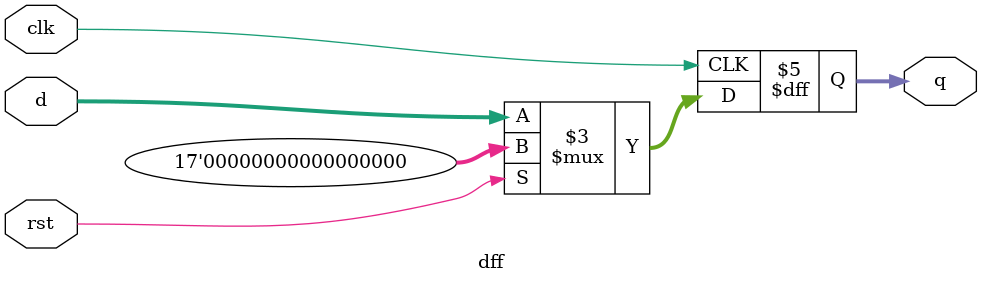
<source format=v>
module dff(q,d,clk,rst);
	output reg [16:0] q;	
	input [16:0] d;
	input clk,rst;
	always @(posedge clk)
	begin
	if(rst)
		q <= 17'd0;
	else
		q <= d;
	end
endmodule
</source>
